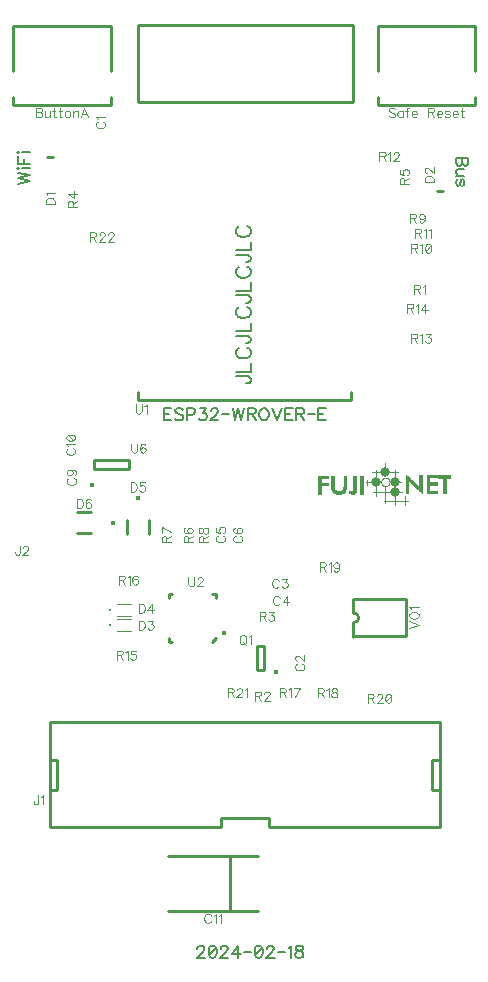
<source format=gbr>
G04 DipTrace 3.3.1.3*
G04 TopSilk.gbr*
%MOIN*%
G04 #@! TF.FileFunction,Legend,Top*
G04 #@! TF.Part,Single*
%ADD10C,0.009843*%
%ADD12C,0.003*%
%ADD14C,0.007874*%
%ADD23C,0.003937*%
%ADD25C,0.015746*%
%ADD27C,0.015762*%
%ADD34C,0.01543*%
%ADD44O,0.016153X0.01536*%
%ADD54C,0.015401*%
%ADD57O,0.032613X0.032485*%
%ADD58C,0.032568*%
%ADD125C,0.004632*%
%ADD126C,0.006176*%
%ADD127C,0.00772*%
%FSLAX26Y26*%
G04*
G70*
G90*
G75*
G01*
G04 TopSilk*
%LPD*%
X1242315Y603150D2*
D10*
X943107D1*
X1242315Y784252D2*
X943107D1*
X1151780Y603150D2*
Y784252D1*
X540133Y3114215D2*
X559810D1*
X1859790Y3001710D2*
X1840113D1*
X772982Y1575886D2*
D23*
X820223D1*
X772982Y1536516D2*
X820223D1*
D14*
X749361Y1556201D3*
X772983Y1625886D2*
D23*
X820224D1*
X772983Y1586516D2*
X820224D1*
D14*
X749363Y1606201D3*
X879289Y1905948D2*
D10*
Y1858716D1*
X808427Y1905948D2*
Y1858716D1*
D25*
X843858Y1978783D3*
X687173Y1860787D2*
D10*
X639940D1*
X687173Y1931649D2*
X639940D1*
D27*
X760007Y1896218D3*
X1849951Y1006151D2*
D10*
X1825251D1*
Y1106251D2*
Y1006151D1*
X1849951Y1106251D2*
X1825251D1*
X574651Y1006151D2*
X549951D1*
X574651Y1106251D2*
Y1006151D1*
Y1106251D2*
X549951D1*
Y1231201D2*
Y881201D1*
X1849951Y1231201D2*
Y881201D1*
Y1231201D2*
X549951D1*
X1280551Y911301D2*
Y881201D1*
Y911301D2*
X1119351D1*
Y881201D1*
X1849951D2*
X1280551D1*
X1119351D2*
X549951D1*
D34*
X1305321Y1397290D3*
X1263049Y1406490D2*
D10*
Y1485219D1*
X1239388D1*
Y1406490D1*
X1263049D1*
X1967398Y3401447D2*
Y3551451D1*
X1642373Y3401447D2*
X1642408Y3551451D1*
X1967398D2*
X1642373D1*
X1967398Y3313941D2*
Y3288932D1*
X1642373D1*
Y3313941D1*
X752562Y3401431D2*
Y3551435D1*
X427537Y3401431D2*
X427572Y3551435D1*
X752562D2*
X427537D1*
X752562Y3313925D2*
Y3288916D1*
X427537D1*
Y3313925D1*
X842603Y3556190D2*
X1561311D1*
Y3299940D1*
X842603D1*
Y3556190D1*
Y2331566D2*
Y2306566D1*
X1480109Y2306191D1*
X1555106Y2306566D2*
Y2331566D1*
Y2306566D2*
X1461341D1*
X1103695Y1512219D2*
X1091904Y1500411D1*
X1103695Y1657888D2*
X1091904D1*
X1103695D2*
Y1646080D1*
X946155Y1657888D2*
Y1646080D1*
Y1657888D2*
X957987D1*
X946155Y1500411D2*
Y1512219D1*
Y1500411D2*
X957987D1*
D44*
X1131052Y1530132D3*
D54*
X691787Y2020826D3*
X697050Y2074892D2*
D10*
X815157D1*
X697050Y2106382D2*
X815157D1*
Y2074892D2*
Y2106382D1*
X697050Y2074892D2*
Y2106382D1*
X1561369Y1517236D2*
X1738534D1*
Y1643197D1*
X1561369D1*
Y1596012D1*
Y1517169D2*
Y1564421D1*
X1562343Y1564455D2*
G03X1562343Y1595978I1847J15762D01*
G01*
X1700228Y2032046D2*
D23*
X1721517Y2031907D1*
X1623814Y2064281D2*
X1710102D1*
X1637222Y2072153D2*
Y1984829D1*
X1668566Y2094243D2*
Y2053915D1*
X1700455Y2072000D2*
Y1955657D1*
X1662678Y1969266D2*
X1743078D1*
X1668702Y2016621D2*
X1668566Y1961311D1*
X1733294Y1986478D2*
Y1955657D1*
X1723827Y2000351D2*
X1628525D1*
X1602253Y2032073D2*
X1636995Y2032198D1*
D57*
X1636542Y2032060D3*
D58*
X1700341Y2031949D3*
X1668498Y2064406D3*
X1700251Y1999658D3*
X1654525Y2032247D2*
D23*
X1654558Y2033231D1*
X1654660Y2034211D1*
X1654828Y2035181D1*
X1655062Y2036137D1*
X1655361Y2037074D1*
X1655723Y2037988D1*
X1656147Y2038873D1*
X1656631Y2039727D1*
X1657172Y2040543D1*
X1657767Y2041320D1*
X1658415Y2042052D1*
X1659111Y2042736D1*
X1659852Y2043370D1*
X1660634Y2043949D1*
X1661455Y2044471D1*
X1662309Y2044933D1*
X1663193Y2045334D1*
X1664102Y2045671D1*
X1665032Y2045942D1*
X1665978Y2046147D1*
X1666936Y2046284D1*
X1667901Y2046353D1*
X1668869D1*
X1669834Y2046284D1*
X1670792Y2046147D1*
X1671738Y2045942D1*
X1672668Y2045671D1*
X1673577Y2045334D1*
X1674461Y2044933D1*
X1675315Y2044471D1*
X1676136Y2043949D1*
X1676919Y2043370D1*
X1677660Y2042736D1*
X1678356Y2042052D1*
X1679003Y2041320D1*
X1679599Y2040543D1*
X1680140Y2039727D1*
X1680623Y2038873D1*
X1681047Y2037988D1*
X1681410Y2037074D1*
X1681709Y2036137D1*
X1681943Y2035181D1*
X1682111Y2034211D1*
X1682212Y2033231D1*
X1682246Y2032247D1*
X1682212Y2031262D1*
X1682111Y2030282D1*
X1681943Y2029312D1*
X1681709Y2028356D1*
X1681410Y2027419D1*
X1681047Y2026506D1*
X1680623Y2025620D1*
X1680140Y2024767D1*
X1679599Y2023950D1*
X1679003Y2023174D1*
X1678356Y2022442D1*
X1677660Y2021757D1*
X1676919Y2021124D1*
X1676136Y2020545D1*
X1675315Y2020023D1*
X1674461Y2019560D1*
X1673577Y2019159D1*
X1672668Y2018823D1*
X1671738Y2018551D1*
X1670792Y2018346D1*
X1669834Y2018209D1*
X1668869Y2018140D1*
X1667901D1*
X1666936Y2018209D1*
X1665978Y2018346D1*
X1665032Y2018551D1*
X1664102Y2018823D1*
X1663193Y2019159D1*
X1662309Y2019560D1*
X1661455Y2020023D1*
X1660634Y2020545D1*
X1659852Y2021124D1*
X1659111Y2021757D1*
X1658415Y2022442D1*
X1657767Y2023174D1*
X1657172Y2023950D1*
X1656631Y2024767D1*
X1656147Y2025620D1*
X1655723Y2026506D1*
X1655361Y2027419D1*
X1655062Y2028356D1*
X1654828Y2029312D1*
X1654660Y2030282D1*
X1654558Y2031262D1*
X1654525Y2032247D1*
X1607055Y2038421D2*
Y2021472D1*
X1736989Y2055213D2*
D12*
X1738489D1*
X1781989D2*
X1790989D1*
X1805989D2*
X1838989D1*
X1844989D2*
X1885489D1*
X1736989Y2053713D2*
X1739989D1*
X1781989D2*
X1790989D1*
X1805989D2*
X1838989D1*
X1844989D2*
X1885489D1*
X1736989Y2052213D2*
X1741489D1*
X1781989D2*
X1790989D1*
X1805989D2*
X1838989D1*
X1844989D2*
X1885489D1*
X1736989Y2050713D2*
X1742989D1*
X1781989D2*
X1790989D1*
X1805989D2*
X1838989D1*
X1844989D2*
X1885489D1*
X1736989Y2049213D2*
X1744489D1*
X1781989D2*
X1790989D1*
X1805989D2*
X1838989D1*
X1844989D2*
X1885489D1*
X1736989Y2047713D2*
X1745989D1*
X1781989D2*
X1790989D1*
X1805989D2*
X1838989D1*
X1844989D2*
X1885489D1*
X1736989Y2046213D2*
X1747489D1*
X1781989D2*
X1790989D1*
X1805989D2*
X1814989D1*
X1859989D2*
X1868989D1*
X1736989Y2044713D2*
X1748989D1*
X1781989D2*
X1790989D1*
X1805989D2*
X1814989D1*
X1859989D2*
X1868989D1*
X1736989Y2043213D2*
X1750489D1*
X1781989D2*
X1790989D1*
X1805989D2*
X1814989D1*
X1859989D2*
X1868989D1*
X1736989Y2041713D2*
X1751989D1*
X1781989D2*
X1790989D1*
X1805989D2*
X1814989D1*
X1859989D2*
X1868989D1*
X1736989Y2040213D2*
X1753495D1*
X1781989D2*
X1790989D1*
X1805989D2*
X1814989D1*
X1859989D2*
X1868989D1*
X1736989Y2038713D2*
X1755048D1*
X1781989D2*
X1790989D1*
X1805989D2*
X1814989D1*
X1859989D2*
X1868989D1*
X1736989Y2037213D2*
X1756739D1*
X1781989D2*
X1790989D1*
X1805989D2*
X1814989D1*
X1859989D2*
X1868989D1*
X1736989Y2035713D2*
X1744489D1*
X1747257D2*
X1758598D1*
X1781989D2*
X1790989D1*
X1805989D2*
X1814989D1*
X1859989D2*
X1868989D1*
X1736989Y2034213D2*
X1744489D1*
X1748385D2*
X1760483D1*
X1781989D2*
X1790989D1*
X1805989D2*
X1814989D1*
X1859989D2*
X1868989D1*
X1736989Y2032713D2*
X1744489D1*
X1749503D2*
X1762244D1*
X1781989D2*
X1790989D1*
X1805989D2*
X1814989D1*
X1859989D2*
X1868989D1*
X1736989Y2031213D2*
X1744489D1*
X1750793D2*
X1763883D1*
X1781989D2*
X1790989D1*
X1805989D2*
X1838989D1*
X1859989D2*
X1868989D1*
X1736989Y2029713D2*
X1744489D1*
X1752345D2*
X1765447D1*
X1781989D2*
X1790989D1*
X1805989D2*
X1838989D1*
X1859989D2*
X1868989D1*
X1736989Y2028213D2*
X1744489D1*
X1754140D2*
X1766973D1*
X1781989D2*
X1790989D1*
X1805989D2*
X1838989D1*
X1859989D2*
X1868989D1*
X1736989Y2026713D2*
X1744489D1*
X1755998D2*
X1768483D1*
X1781989D2*
X1790989D1*
X1805989D2*
X1838989D1*
X1859989D2*
X1868989D1*
X1736989Y2025213D2*
X1744489D1*
X1757750D2*
X1769987D1*
X1781989D2*
X1790989D1*
X1805989D2*
X1838989D1*
X1859989D2*
X1868989D1*
X1736989Y2023713D2*
X1744489D1*
X1759385D2*
X1771488D1*
X1781989D2*
X1790989D1*
X1805989D2*
X1838989D1*
X1859989D2*
X1868989D1*
X1736989Y2022213D2*
X1744489D1*
X1760948D2*
X1772989D1*
X1781989D2*
X1790989D1*
X1805989D2*
X1814989D1*
X1859989D2*
X1868989D1*
X1736989Y2020713D2*
X1744489D1*
X1762473D2*
X1774495D1*
X1781983D2*
X1790989D1*
X1805989D2*
X1814989D1*
X1859989D2*
X1868989D1*
X1736989Y2019213D2*
X1744489D1*
X1763989D2*
X1776052D1*
X1781926D2*
X1790989D1*
X1805989D2*
X1814989D1*
X1859989D2*
X1868989D1*
X1736989Y2017713D2*
X1744489D1*
X1765546D2*
X1777784D1*
X1781694D2*
X1790989D1*
X1805989D2*
X1814989D1*
X1859989D2*
X1868989D1*
X1736989Y2016213D2*
X1744489D1*
X1767238D2*
X1779797D1*
X1781181D2*
X1790989D1*
X1805989D2*
X1814989D1*
X1859989D2*
X1868989D1*
X1736989Y2014713D2*
X1744489D1*
X1769098D2*
X1790989D1*
X1805989D2*
X1814989D1*
X1859989D2*
X1868989D1*
X1736989Y2013213D2*
X1744489D1*
X1770983D2*
X1790989D1*
X1805989D2*
X1814989D1*
X1859989D2*
X1868989D1*
X1736989Y2011713D2*
X1744489D1*
X1772744D2*
X1790989D1*
X1805989D2*
X1814989D1*
X1859989D2*
X1868989D1*
X1736989Y2010213D2*
X1744489D1*
X1774383D2*
X1790989D1*
X1805989D2*
X1814989D1*
X1859989D2*
X1868989D1*
X1736989Y2008713D2*
X1744489D1*
X1775947D2*
X1790989D1*
X1805989D2*
X1814989D1*
X1859989D2*
X1868989D1*
X1736989Y2007213D2*
X1744489D1*
X1777473D2*
X1790989D1*
X1805989D2*
X1814989D1*
X1859989D2*
X1868989D1*
X1736989Y2005713D2*
X1744489D1*
X1778983D2*
X1790989D1*
X1805989D2*
X1814989D1*
X1859989D2*
X1868989D1*
X1736989Y2004213D2*
X1744489D1*
X1780493D2*
X1790989D1*
X1805989D2*
X1814989D1*
X1859989D2*
X1868989D1*
X1736989Y2002713D2*
X1744489D1*
X1782047D2*
X1790989D1*
X1805989D2*
X1838989D1*
X1859989D2*
X1868989D1*
X1736989Y2001213D2*
X1744489D1*
X1783740D2*
X1790989D1*
X1805989D2*
X1838989D1*
X1859989D2*
X1868989D1*
X1736989Y1999713D2*
X1744489D1*
X1785612D2*
X1790989D1*
X1805989D2*
X1838989D1*
X1859989D2*
X1868989D1*
X1736989Y1998213D2*
X1744489D1*
X1787558D2*
X1790989D1*
X1805989D2*
X1838989D1*
X1859989D2*
X1868989D1*
X1736989Y1996713D2*
X1744489D1*
X1789489D2*
X1790989D1*
X1805989D2*
X1838989D1*
X1859989D2*
X1868989D1*
X1736989Y1995213D2*
X1744489D1*
X1805989D2*
X1838989D1*
X1859989D2*
X1868989D1*
X1443473Y2052552D2*
X1476473D1*
X1488473D2*
X1495973D1*
X1528973D2*
X1536473D1*
X1561973D2*
X1570973D1*
X1584473D2*
X1593473D1*
X1443473Y2051052D2*
X1476473D1*
X1488473D2*
X1495973D1*
X1528973D2*
X1536473D1*
X1561973D2*
X1570973D1*
X1584473D2*
X1593473D1*
X1443473Y2049552D2*
X1476473D1*
X1488473D2*
X1495973D1*
X1528973D2*
X1536473D1*
X1561973D2*
X1570973D1*
X1584473D2*
X1593473D1*
X1443473Y2048052D2*
X1476473D1*
X1488473D2*
X1495973D1*
X1528973D2*
X1536473D1*
X1561973D2*
X1570973D1*
X1584473D2*
X1593473D1*
X1443473Y2046552D2*
X1476473D1*
X1488473D2*
X1495973D1*
X1528973D2*
X1536473D1*
X1561973D2*
X1570973D1*
X1584473D2*
X1593473D1*
X1443473Y2045052D2*
X1476473D1*
X1488473D2*
X1495973D1*
X1528973D2*
X1536473D1*
X1561973D2*
X1570973D1*
X1584473D2*
X1593473D1*
X1443473Y2043552D2*
X1452473D1*
X1488473D2*
X1495973D1*
X1528973D2*
X1536473D1*
X1561973D2*
X1570973D1*
X1584473D2*
X1593473D1*
X1443473Y2042052D2*
X1452473D1*
X1488473D2*
X1495973D1*
X1528973D2*
X1536473D1*
X1561973D2*
X1570973D1*
X1584473D2*
X1593473D1*
X1443473Y2040552D2*
X1452473D1*
X1488473D2*
X1495973D1*
X1528973D2*
X1536473D1*
X1561973D2*
X1570973D1*
X1584473D2*
X1593473D1*
X1443473Y2039052D2*
X1452473D1*
X1488473D2*
X1495973D1*
X1528973D2*
X1536473D1*
X1561973D2*
X1570973D1*
X1584473D2*
X1593473D1*
X1443473Y2037552D2*
X1452473D1*
X1488473D2*
X1495973D1*
X1528973D2*
X1536473D1*
X1561973D2*
X1570973D1*
X1584473D2*
X1593473D1*
X1443473Y2036052D2*
X1452473D1*
X1488473D2*
X1495973D1*
X1528973D2*
X1536473D1*
X1561973D2*
X1570973D1*
X1584473D2*
X1593473D1*
X1443473Y2034552D2*
X1452473D1*
X1488473D2*
X1495973D1*
X1528973D2*
X1536473D1*
X1561973D2*
X1570973D1*
X1584473D2*
X1593473D1*
X1443473Y2033052D2*
X1452473D1*
X1488473D2*
X1495973D1*
X1528973D2*
X1536473D1*
X1561973D2*
X1570973D1*
X1584473D2*
X1593473D1*
X1443473Y2031552D2*
X1452473D1*
X1488473D2*
X1495973D1*
X1528973D2*
X1536473D1*
X1561973D2*
X1570973D1*
X1584473D2*
X1593473D1*
X1443473Y2030052D2*
X1452473D1*
X1488473D2*
X1495973D1*
X1528973D2*
X1536473D1*
X1561973D2*
X1570973D1*
X1584473D2*
X1593473D1*
X1443473Y2028552D2*
X1476473D1*
X1488473D2*
X1495973D1*
X1528973D2*
X1536473D1*
X1561973D2*
X1570973D1*
X1584473D2*
X1593473D1*
X1443473Y2027052D2*
X1476473D1*
X1488473D2*
X1495973D1*
X1528973D2*
X1536473D1*
X1561973D2*
X1570973D1*
X1584473D2*
X1593473D1*
X1443473Y2025552D2*
X1476473D1*
X1488473D2*
X1495973D1*
X1528973D2*
X1536473D1*
X1561973D2*
X1570973D1*
X1584473D2*
X1593473D1*
X1443473Y2024052D2*
X1476473D1*
X1488473D2*
X1495973D1*
X1528973D2*
X1536473D1*
X1561973D2*
X1570973D1*
X1584473D2*
X1593473D1*
X1443473Y2022552D2*
X1476473D1*
X1488473D2*
X1495973D1*
X1528973D2*
X1536473D1*
X1561973D2*
X1570973D1*
X1584473D2*
X1593473D1*
X1443473Y2021052D2*
X1476473D1*
X1488473D2*
X1495979D1*
X1528973D2*
X1536473D1*
X1561973D2*
X1570973D1*
X1584473D2*
X1593473D1*
X1443473Y2019552D2*
X1452473D1*
X1488473D2*
X1496032D1*
X1528967D2*
X1536473D1*
X1561973D2*
X1570973D1*
X1584473D2*
X1593473D1*
X1443473Y2018052D2*
X1452473D1*
X1488473D2*
X1496223D1*
X1528915D2*
X1536473D1*
X1561973D2*
X1570973D1*
X1584473D2*
X1593473D1*
X1443473Y2016552D2*
X1452473D1*
X1488473D2*
X1496582D1*
X1528723D2*
X1536473D1*
X1561973D2*
X1570973D1*
X1584473D2*
X1593473D1*
X1443473Y2015052D2*
X1452473D1*
X1488473D2*
X1496967D1*
X1528364D2*
X1536473D1*
X1561973D2*
X1570973D1*
X1584473D2*
X1593473D1*
X1443473Y2013552D2*
X1452473D1*
X1488473D2*
X1497234D1*
X1527974D2*
X1536473D1*
X1561973D2*
X1570973D1*
X1584473D2*
X1593473D1*
X1443473Y2012052D2*
X1452473D1*
X1488479D2*
X1497426D1*
X1527659D2*
X1536467D1*
X1561973D2*
X1570973D1*
X1584473D2*
X1593473D1*
X1443473Y2010552D2*
X1452473D1*
X1488532D2*
X1497687D1*
X1527323D2*
X1536415D1*
X1561973D2*
X1570973D1*
X1584473D2*
X1593473D1*
X1443473Y2009052D2*
X1452473D1*
X1488723D2*
X1498137D1*
X1526836D2*
X1536223D1*
X1561967D2*
X1570973D1*
X1584473D2*
X1593473D1*
X1443473Y2007552D2*
X1452473D1*
X1489088D2*
X1498840D1*
X1526117D2*
X1535858D1*
X1561909D2*
X1570973D1*
X1584473D2*
X1593473D1*
X1443473Y2006052D2*
X1452473D1*
X1489531D2*
X1499761D1*
X1525187D2*
X1535415D1*
X1561641D2*
X1570967D1*
X1584473D2*
X1593473D1*
X1443473Y2004552D2*
X1452473D1*
X1490037D2*
X1502087D1*
X1522860D2*
X1534910D1*
X1561121D2*
X1570915D1*
X1584473D2*
X1593473D1*
X1443473Y2003052D2*
X1452473D1*
X1490732D2*
X1506066D1*
X1518880D2*
X1534214D1*
X1549973D2*
X1551473D1*
X1559238D2*
X1570717D1*
X1584473D2*
X1593473D1*
X1443473Y2001552D2*
X1452473D1*
X1491604D2*
X1512328D1*
X1512618D2*
X1533342D1*
X1548542D2*
X1555082D1*
X1556408D2*
X1570305D1*
X1584473D2*
X1593473D1*
X1443473Y2000052D2*
X1452473D1*
X1492585D2*
X1532361D1*
X1547351D2*
X1569724D1*
X1584473D2*
X1593473D1*
X1443473Y1998552D2*
X1452473D1*
X1493860D2*
X1531086D1*
X1546460D2*
X1569039D1*
X1584473D2*
X1593473D1*
X1443473Y1997052D2*
X1452473D1*
X1495726D2*
X1529220D1*
X1546616D2*
X1568208D1*
X1584473D2*
X1593473D1*
X1443473Y1995552D2*
X1452473D1*
X1498296D2*
X1526650D1*
X1548069D2*
X1567046D1*
X1584473D2*
X1593473D1*
X1443473Y1994052D2*
X1452473D1*
X1501481D2*
X1523465D1*
X1550289D2*
X1565400D1*
X1584473D2*
X1593473D1*
X1443473Y1992552D2*
X1452473D1*
X1504973D2*
X1519973D1*
X1552973D2*
X1563473D1*
X1584473D2*
X1593473D1*
X1736989Y2055213D2*
Y2053713D1*
Y2052213D1*
Y2050713D1*
Y2049213D1*
Y2047713D1*
Y2046213D1*
Y2044713D1*
Y2043213D1*
Y2041713D1*
Y2040213D1*
Y2038713D1*
Y2037213D1*
Y2035713D1*
Y2034213D1*
Y2032713D1*
Y2031213D1*
Y2029713D1*
Y2028213D1*
Y2026713D1*
Y2025213D1*
Y2023713D1*
Y2022213D1*
Y2020713D1*
Y2019213D1*
Y2017713D1*
Y2016213D1*
Y2014713D1*
Y2013213D1*
Y2011713D1*
Y2010213D1*
Y2008713D1*
Y2007213D1*
Y2005713D1*
Y2004213D1*
Y2002713D1*
Y2001213D1*
Y1999713D1*
Y1998213D1*
Y1996713D1*
Y1995213D1*
X1738489Y2055213D2*
X1739989Y2053713D1*
X1741489Y2052213D1*
X1742989Y2050713D1*
X1744489Y2049213D1*
X1745989Y2047713D1*
X1747489Y2046213D1*
X1748989Y2044713D1*
X1750489Y2043213D1*
X1751989Y2041713D1*
X1753495Y2040213D1*
X1755048Y2038713D1*
X1756739Y2037213D1*
X1758598Y2035713D1*
X1760483Y2034213D1*
X1762244Y2032713D1*
X1763883Y2031213D1*
X1765447Y2029713D1*
X1766973Y2028213D1*
X1768483Y2026713D1*
X1769987Y2025213D1*
X1771488Y2023713D1*
X1772989Y2022213D1*
X1774495Y2020713D1*
X1776052Y2019213D1*
X1777784Y2017713D1*
X1779797Y2016213D1*
X1781989Y2014713D1*
Y2055213D2*
Y2053713D1*
Y2052213D1*
Y2050713D1*
Y2049213D1*
Y2047713D1*
Y2046213D1*
Y2044713D1*
Y2043213D1*
Y2041713D1*
Y2040213D1*
Y2038713D1*
Y2037213D1*
Y2035713D1*
Y2034213D1*
Y2032713D1*
Y2031213D1*
Y2029713D1*
Y2028213D1*
Y2026713D1*
Y2025213D1*
Y2023713D1*
Y2022213D1*
X1781983Y2020713D1*
X1781926Y2019213D1*
X1781694Y2017713D1*
X1781181Y2016213D1*
X1780489Y2014713D1*
X1790989Y2055213D2*
Y2053713D1*
Y2052213D1*
Y2050713D1*
Y2049213D1*
Y2047713D1*
Y2046213D1*
Y2044713D1*
Y2043213D1*
Y2041713D1*
Y2040213D1*
Y2038713D1*
Y2037213D1*
Y2035713D1*
Y2034213D1*
Y2032713D1*
Y2031213D1*
Y2029713D1*
Y2028213D1*
Y2026713D1*
Y2025213D1*
Y2023713D1*
Y2022213D1*
Y2020713D1*
Y2019213D1*
Y2017713D1*
Y2016213D1*
Y2014713D1*
Y2013213D1*
Y2011713D1*
Y2010213D1*
Y2008713D1*
Y2007213D1*
Y2005713D1*
Y2004213D1*
Y2002713D1*
Y2001213D1*
Y1999713D1*
Y1998213D1*
Y1996713D1*
X1805989Y2055213D2*
Y2053713D1*
Y2052213D1*
Y2050713D1*
Y2049213D1*
Y2047713D1*
Y2046213D1*
Y2044713D1*
Y2043213D1*
Y2041713D1*
Y2040213D1*
Y2038713D1*
Y2037213D1*
Y2035713D1*
Y2034213D1*
Y2032713D1*
Y2031213D1*
Y2029713D1*
Y2028213D1*
Y2026713D1*
Y2025213D1*
Y2023713D1*
Y2022213D1*
Y2020713D1*
Y2019213D1*
Y2017713D1*
Y2016213D1*
Y2014713D1*
Y2013213D1*
Y2011713D1*
Y2010213D1*
Y2008713D1*
Y2007213D1*
Y2005713D1*
Y2004213D1*
Y2002713D1*
Y2001213D1*
Y1999713D1*
Y1998213D1*
Y1996713D1*
Y1995213D1*
X1838989Y2055213D2*
Y2053713D1*
Y2052213D1*
Y2050713D1*
Y2049213D1*
Y2047713D1*
X1844989Y2055213D2*
Y2053713D1*
Y2052213D1*
Y2050713D1*
Y2049213D1*
Y2047713D1*
Y2046213D1*
X1859989D1*
Y2044713D1*
Y2043213D1*
Y2041713D1*
Y2040213D1*
Y2038713D1*
Y2037213D1*
Y2035713D1*
Y2034213D1*
Y2032713D1*
Y2031213D1*
Y2029713D1*
Y2028213D1*
Y2026713D1*
Y2025213D1*
Y2023713D1*
Y2022213D1*
Y2020713D1*
Y2019213D1*
Y2017713D1*
Y2016213D1*
Y2014713D1*
Y2013213D1*
Y2011713D1*
Y2010213D1*
Y2008713D1*
Y2007213D1*
Y2005713D1*
Y2004213D1*
Y2002713D1*
Y2001213D1*
Y1999713D1*
Y1998213D1*
Y1996713D1*
Y1995213D1*
X1885489Y2055213D2*
Y2053713D1*
Y2052213D1*
Y2050713D1*
Y2049213D1*
Y2047713D1*
Y2046213D1*
X1868989D1*
Y2044713D1*
Y2043213D1*
Y2041713D1*
Y2040213D1*
Y2038713D1*
Y2037213D1*
Y2035713D1*
Y2034213D1*
Y2032713D1*
Y2031213D1*
Y2029713D1*
Y2028213D1*
Y2026713D1*
Y2025213D1*
Y2023713D1*
Y2022213D1*
Y2020713D1*
Y2019213D1*
Y2017713D1*
Y2016213D1*
Y2014713D1*
Y2013213D1*
Y2011713D1*
Y2010213D1*
Y2008713D1*
Y2007213D1*
Y2005713D1*
Y2004213D1*
Y2002713D1*
Y2001213D1*
Y1999713D1*
Y1998213D1*
Y1996713D1*
Y1995213D1*
X1814989Y2047713D2*
Y2046213D1*
Y2044713D1*
Y2043213D1*
Y2041713D1*
Y2040213D1*
Y2038713D1*
Y2037213D1*
Y2035713D1*
Y2034213D1*
Y2032713D1*
Y2031213D1*
X1744489Y2037213D2*
Y2035713D1*
Y2034213D1*
Y2032713D1*
Y2031213D1*
Y2029713D1*
Y2028213D1*
Y2026713D1*
Y2025213D1*
Y2023713D1*
Y2022213D1*
Y2020713D1*
Y2019213D1*
Y2017713D1*
Y2016213D1*
Y2014713D1*
Y2013213D1*
Y2011713D1*
Y2010213D1*
Y2008713D1*
Y2007213D1*
Y2005713D1*
Y2004213D1*
Y2002713D1*
Y2001213D1*
Y1999713D1*
Y1998213D1*
Y1996713D1*
Y1995213D1*
X1745989Y2037213D2*
X1747257Y2035713D1*
X1748385Y2034213D1*
X1749503Y2032713D1*
X1750793Y2031213D1*
X1752345Y2029713D1*
X1754140Y2028213D1*
X1755998Y2026713D1*
X1757750Y2025213D1*
X1759385Y2023713D1*
X1760948Y2022213D1*
X1762473Y2020713D1*
X1763989Y2019213D1*
X1765546Y2017713D1*
X1767238Y2016213D1*
X1769098Y2014713D1*
X1770983Y2013213D1*
X1772744Y2011713D1*
X1774383Y2010213D1*
X1775947Y2008713D1*
X1777473Y2007213D1*
X1778983Y2005713D1*
X1780493Y2004213D1*
X1782047Y2002713D1*
X1783740Y2001213D1*
X1785612Y1999713D1*
X1787558Y1998213D1*
X1789489Y1996713D1*
X1838989Y2031213D2*
Y2029713D1*
Y2028213D1*
Y2026713D1*
Y2025213D1*
Y2023713D1*
X1814989D2*
Y2022213D1*
Y2020713D1*
Y2019213D1*
Y2017713D1*
Y2016213D1*
Y2014713D1*
Y2013213D1*
Y2011713D1*
Y2010213D1*
Y2008713D1*
Y2007213D1*
Y2005713D1*
Y2004213D1*
Y2002713D1*
X1838989D2*
Y2001213D1*
Y1999713D1*
Y1998213D1*
Y1996713D1*
Y1995213D1*
X1443473Y2052552D2*
Y2051052D1*
Y2049552D1*
Y2048052D1*
Y2046552D1*
Y2045052D1*
Y2043552D1*
Y2042052D1*
Y2040552D1*
Y2039052D1*
Y2037552D1*
Y2036052D1*
Y2034552D1*
Y2033052D1*
Y2031552D1*
Y2030052D1*
Y2028552D1*
Y2027052D1*
Y2025552D1*
Y2024052D1*
Y2022552D1*
Y2021052D1*
Y2019552D1*
Y2018052D1*
Y2016552D1*
Y2015052D1*
Y2013552D1*
Y2012052D1*
Y2010552D1*
Y2009052D1*
Y2007552D1*
Y2006052D1*
Y2004552D1*
Y2003052D1*
Y2001552D1*
Y2000052D1*
Y1998552D1*
Y1997052D1*
Y1995552D1*
Y1994052D1*
Y1992552D1*
X1476473Y2052552D2*
Y2051052D1*
Y2049552D1*
Y2048052D1*
Y2046552D1*
Y2045052D1*
X1488473Y2052552D2*
Y2051052D1*
Y2049552D1*
Y2048052D1*
Y2046552D1*
Y2045052D1*
Y2043552D1*
Y2042052D1*
Y2040552D1*
Y2039052D1*
Y2037552D1*
Y2036052D1*
Y2034552D1*
Y2033052D1*
Y2031552D1*
Y2030052D1*
Y2028552D1*
Y2027052D1*
Y2025552D1*
Y2024052D1*
Y2022552D1*
Y2021052D1*
Y2019552D1*
Y2018052D1*
Y2016552D1*
Y2015052D1*
Y2013552D1*
X1488479Y2012052D1*
X1488532Y2010552D1*
X1488723Y2009052D1*
X1489088Y2007552D1*
X1489531Y2006052D1*
X1490037Y2004552D1*
X1490732Y2003052D1*
X1491604Y2001552D1*
X1492585Y2000052D1*
X1493860Y1998552D1*
X1495726Y1997052D1*
X1498296Y1995552D1*
X1501481Y1994052D1*
X1504973Y1992552D1*
X1495973Y2052552D2*
Y2051052D1*
Y2049552D1*
Y2048052D1*
Y2046552D1*
Y2045052D1*
Y2043552D1*
Y2042052D1*
Y2040552D1*
Y2039052D1*
Y2037552D1*
Y2036052D1*
Y2034552D1*
Y2033052D1*
Y2031552D1*
Y2030052D1*
Y2028552D1*
Y2027052D1*
Y2025552D1*
Y2024052D1*
Y2022552D1*
X1495979Y2021052D1*
X1496032Y2019552D1*
X1496223Y2018052D1*
X1496582Y2016552D1*
X1496967Y2015052D1*
X1497234Y2013552D1*
X1497426Y2012052D1*
X1497687Y2010552D1*
X1498137Y2009052D1*
X1498840Y2007552D1*
X1499761Y2006052D1*
X1502087Y2004552D1*
X1506066Y2003052D1*
X1512328Y2001552D1*
X1519973Y2000052D1*
X1528973Y2052552D2*
Y2051052D1*
Y2049552D1*
Y2048052D1*
Y2046552D1*
Y2045052D1*
Y2043552D1*
Y2042052D1*
Y2040552D1*
Y2039052D1*
Y2037552D1*
Y2036052D1*
Y2034552D1*
Y2033052D1*
Y2031552D1*
Y2030052D1*
Y2028552D1*
Y2027052D1*
Y2025552D1*
Y2024052D1*
Y2022552D1*
Y2021052D1*
X1528967Y2019552D1*
X1528915Y2018052D1*
X1528723Y2016552D1*
X1528364Y2015052D1*
X1527974Y2013552D1*
X1527659Y2012052D1*
X1527323Y2010552D1*
X1526836Y2009052D1*
X1526117Y2007552D1*
X1525187Y2006052D1*
X1522860Y2004552D1*
X1518880Y2003052D1*
X1512618Y2001552D1*
X1504973Y2000052D1*
X1536473Y2052552D2*
Y2051052D1*
Y2049552D1*
Y2048052D1*
Y2046552D1*
Y2045052D1*
Y2043552D1*
Y2042052D1*
Y2040552D1*
Y2039052D1*
Y2037552D1*
Y2036052D1*
Y2034552D1*
Y2033052D1*
Y2031552D1*
Y2030052D1*
Y2028552D1*
Y2027052D1*
Y2025552D1*
Y2024052D1*
Y2022552D1*
Y2021052D1*
Y2019552D1*
Y2018052D1*
Y2016552D1*
Y2015052D1*
Y2013552D1*
X1536467Y2012052D1*
X1536415Y2010552D1*
X1536223Y2009052D1*
X1535858Y2007552D1*
X1535415Y2006052D1*
X1534910Y2004552D1*
X1534214Y2003052D1*
X1533342Y2001552D1*
X1532361Y2000052D1*
X1531086Y1998552D1*
X1529220Y1997052D1*
X1526650Y1995552D1*
X1523465Y1994052D1*
X1519973Y1992552D1*
X1561973Y2052552D2*
Y2051052D1*
Y2049552D1*
Y2048052D1*
Y2046552D1*
Y2045052D1*
Y2043552D1*
Y2042052D1*
Y2040552D1*
Y2039052D1*
Y2037552D1*
Y2036052D1*
Y2034552D1*
Y2033052D1*
Y2031552D1*
Y2030052D1*
Y2028552D1*
Y2027052D1*
Y2025552D1*
Y2024052D1*
Y2022552D1*
Y2021052D1*
Y2019552D1*
Y2018052D1*
Y2016552D1*
Y2015052D1*
Y2013552D1*
Y2012052D1*
Y2010552D1*
X1561967Y2009052D1*
X1561909Y2007552D1*
X1561641Y2006052D1*
X1561121Y2004552D1*
X1559238Y2003052D1*
X1556408Y2001552D1*
X1552973Y2000052D1*
X1570973Y2052552D2*
Y2051052D1*
Y2049552D1*
Y2048052D1*
Y2046552D1*
Y2045052D1*
Y2043552D1*
Y2042052D1*
Y2040552D1*
Y2039052D1*
Y2037552D1*
Y2036052D1*
Y2034552D1*
Y2033052D1*
Y2031552D1*
Y2030052D1*
Y2028552D1*
Y2027052D1*
Y2025552D1*
Y2024052D1*
Y2022552D1*
Y2021052D1*
Y2019552D1*
Y2018052D1*
Y2016552D1*
Y2015052D1*
Y2013552D1*
Y2012052D1*
Y2010552D1*
Y2009052D1*
Y2007552D1*
X1570967Y2006052D1*
X1570915Y2004552D1*
X1570717Y2003052D1*
X1570305Y2001552D1*
X1569724Y2000052D1*
X1569039Y1998552D1*
X1568208Y1997052D1*
X1567046Y1995552D1*
X1565400Y1994052D1*
X1563473Y1992552D1*
X1584473Y2052552D2*
Y2051052D1*
Y2049552D1*
Y2048052D1*
Y2046552D1*
Y2045052D1*
Y2043552D1*
Y2042052D1*
Y2040552D1*
Y2039052D1*
Y2037552D1*
Y2036052D1*
Y2034552D1*
Y2033052D1*
Y2031552D1*
Y2030052D1*
Y2028552D1*
Y2027052D1*
Y2025552D1*
Y2024052D1*
Y2022552D1*
Y2021052D1*
Y2019552D1*
Y2018052D1*
Y2016552D1*
Y2015052D1*
Y2013552D1*
Y2012052D1*
Y2010552D1*
Y2009052D1*
Y2007552D1*
Y2006052D1*
Y2004552D1*
Y2003052D1*
Y2001552D1*
Y2000052D1*
Y1998552D1*
Y1997052D1*
Y1995552D1*
Y1994052D1*
Y1992552D1*
X1593473Y2052552D2*
Y2051052D1*
Y2049552D1*
Y2048052D1*
Y2046552D1*
Y2045052D1*
Y2043552D1*
Y2042052D1*
Y2040552D1*
Y2039052D1*
Y2037552D1*
Y2036052D1*
Y2034552D1*
Y2033052D1*
Y2031552D1*
Y2030052D1*
Y2028552D1*
Y2027052D1*
Y2025552D1*
Y2024052D1*
Y2022552D1*
Y2021052D1*
Y2019552D1*
Y2018052D1*
Y2016552D1*
Y2015052D1*
Y2013552D1*
Y2012052D1*
Y2010552D1*
Y2009052D1*
Y2007552D1*
Y2006052D1*
Y2004552D1*
Y2003052D1*
Y2001552D1*
Y2000052D1*
Y1998552D1*
Y1997052D1*
Y1995552D1*
Y1994052D1*
Y1992552D1*
X1452473Y2045052D2*
Y2043552D1*
Y2042052D1*
Y2040552D1*
Y2039052D1*
Y2037552D1*
Y2036052D1*
Y2034552D1*
Y2033052D1*
Y2031552D1*
Y2030052D1*
Y2028552D1*
X1476473D2*
Y2027052D1*
Y2025552D1*
Y2024052D1*
Y2022552D1*
Y2021052D1*
X1452473D2*
Y2019552D1*
Y2018052D1*
Y2016552D1*
Y2015052D1*
Y2013552D1*
Y2012052D1*
Y2010552D1*
Y2009052D1*
Y2007552D1*
Y2006052D1*
Y2004552D1*
Y2003052D1*
Y2001552D1*
Y2000052D1*
Y1998552D1*
Y1997052D1*
Y1995552D1*
Y1994052D1*
Y1992552D1*
X1549973Y2003052D2*
X1548542Y2001552D1*
X1547351Y2000052D1*
X1546460Y1998552D1*
X1546616Y1997052D1*
X1548069Y1995552D1*
X1550289Y1994052D1*
X1552973Y1992552D1*
X1551473Y2003052D2*
X1555082Y2001552D1*
X1558973Y2000052D1*
X710671Y3233136D2*
D125*
X707819Y3231710D1*
X704934Y3228825D1*
X703508Y3225973D1*
Y3220236D1*
X704934Y3217351D1*
X707819Y3214499D1*
X710671Y3213040D1*
X714982Y3211614D1*
X722178D1*
X726456Y3213040D1*
X729341Y3214499D1*
X732193Y3217351D1*
X733652Y3220236D1*
Y3225973D1*
X732193Y3228825D1*
X729341Y3231710D1*
X726456Y3233136D1*
X709279Y3242400D2*
X707820Y3245285D1*
X703542Y3249596D1*
X733652D1*
X1374625Y1425402D2*
X1371773Y1423976D1*
X1368888Y1421091D1*
X1367462Y1418239D1*
Y1412502D1*
X1368888Y1409617D1*
X1371773Y1406765D1*
X1374625Y1405306D1*
X1378936Y1403880D1*
X1386132D1*
X1390410Y1405306D1*
X1393295Y1406765D1*
X1396147Y1409617D1*
X1397606Y1412502D1*
Y1418239D1*
X1396147Y1421090D1*
X1393295Y1423976D1*
X1390410Y1425401D1*
X1374659Y1436124D2*
X1373233D1*
X1370348Y1437550D1*
X1368922Y1438976D1*
X1367496Y1441861D1*
Y1447598D1*
X1368922Y1450450D1*
X1370348Y1451876D1*
X1373233Y1453335D1*
X1376084D1*
X1378970Y1451876D1*
X1383247Y1449024D1*
X1397606Y1434665D1*
Y1454761D1*
X1313047Y1702281D2*
X1311621Y1705133D1*
X1308736Y1708018D1*
X1305884Y1709444D1*
X1300147D1*
X1297262Y1708018D1*
X1294410Y1705133D1*
X1292951Y1702281D1*
X1291525Y1697970D1*
Y1690774D1*
X1292951Y1686496D1*
X1294410Y1683611D1*
X1297262Y1680759D1*
X1300147Y1679300D1*
X1305884D1*
X1308736Y1680759D1*
X1311621Y1683611D1*
X1313047Y1686496D1*
X1325196Y1709411D2*
X1340948D1*
X1332359Y1697937D1*
X1336670D1*
X1339522Y1696511D1*
X1340948Y1695085D1*
X1342407Y1690774D1*
Y1687922D1*
X1340948Y1683611D1*
X1338096Y1680726D1*
X1333785Y1679300D1*
X1329474D1*
X1325196Y1680726D1*
X1323770Y1682185D1*
X1322311Y1685037D1*
X1316334Y1644953D2*
X1314908Y1647805D1*
X1312023Y1650690D1*
X1309171Y1652116D1*
X1303434D1*
X1300549Y1650690D1*
X1297697Y1647805D1*
X1296238Y1644953D1*
X1294812Y1640642D1*
Y1633446D1*
X1296238Y1629168D1*
X1297697Y1626283D1*
X1300549Y1623431D1*
X1303434Y1621972D1*
X1309171D1*
X1312023Y1623431D1*
X1314908Y1626283D1*
X1316334Y1629168D1*
X1339957Y1621972D2*
Y1652083D1*
X1325598Y1632020D1*
X1347120D1*
X1111199Y1852896D2*
X1108347Y1851470D1*
X1105462Y1848585D1*
X1104036Y1845733D1*
Y1839996D1*
X1105462Y1837111D1*
X1108347Y1834259D1*
X1111199Y1832800D1*
X1115510Y1831374D1*
X1122706D1*
X1126984Y1832800D1*
X1129869Y1834259D1*
X1132721Y1837111D1*
X1134180Y1839996D1*
Y1845733D1*
X1132721Y1848585D1*
X1129869Y1851470D1*
X1126984Y1852896D1*
X1104069Y1879371D2*
Y1865045D1*
X1116969Y1863619D1*
X1115543Y1865045D1*
X1114084Y1869356D1*
Y1873634D1*
X1115543Y1877945D1*
X1118395Y1880830D1*
X1122706Y1882256D1*
X1125558D1*
X1129869Y1880830D1*
X1132754Y1877945D1*
X1134180Y1873634D1*
Y1869356D1*
X1132754Y1865045D1*
X1131295Y1863619D1*
X1128443Y1862160D1*
X1169194Y1852295D2*
X1166342Y1850869D1*
X1163457Y1847984D1*
X1162031Y1845132D1*
Y1839395D1*
X1163457Y1836510D1*
X1166342Y1833658D1*
X1169194Y1832199D1*
X1173505Y1830773D1*
X1180701D1*
X1184979Y1832199D1*
X1187864Y1833658D1*
X1190716Y1836510D1*
X1192175Y1839395D1*
Y1845132D1*
X1190716Y1847984D1*
X1187864Y1850869D1*
X1184979Y1852295D1*
X1166342Y1878770D2*
X1163490Y1877344D1*
X1162064Y1873033D1*
Y1870181D1*
X1163490Y1865870D1*
X1167801Y1862985D1*
X1174964Y1861559D1*
X1182127D1*
X1187864Y1862985D1*
X1190749Y1865870D1*
X1192175Y1870181D1*
Y1871607D1*
X1190749Y1875884D1*
X1187864Y1878770D1*
X1183553Y1880195D1*
X1182127D1*
X1177816Y1878770D1*
X1174964Y1875884D1*
X1173538Y1871607D1*
Y1870181D1*
X1174964Y1865870D1*
X1177816Y1862985D1*
X1182127Y1861559D1*
X614455Y2045202D2*
X611603Y2043776D1*
X608718Y2040891D1*
X607292Y2038040D1*
Y2032303D1*
X608718Y2029417D1*
X611603Y2026566D1*
X614455Y2025106D1*
X618766Y2023680D1*
X625962D1*
X630240Y2025106D1*
X633125Y2026566D1*
X635977Y2029417D1*
X637436Y2032302D1*
Y2038039D1*
X635977Y2040891D1*
X633125Y2043776D1*
X630240Y2045202D1*
X617340Y2073136D2*
X621651Y2071677D1*
X624536Y2068825D1*
X625962Y2064514D1*
Y2063088D1*
X624536Y2058777D1*
X621651Y2055925D1*
X617340Y2054466D1*
X615914D1*
X611603Y2055925D1*
X608751Y2058777D1*
X607325Y2063088D1*
Y2064514D1*
X608751Y2068825D1*
X611603Y2071677D1*
X617340Y2073136D1*
X624536D1*
X631699Y2071677D1*
X636010Y2068825D1*
X637436Y2064514D1*
Y2061662D1*
X636010Y2057351D1*
X633125Y2055925D1*
X611578Y2144050D2*
X608726Y2142624D1*
X605841Y2139739D1*
X604415Y2136887D1*
Y2131150D1*
X605841Y2128265D1*
X608726Y2125413D1*
X611578Y2123954D1*
X615889Y2122528D1*
X623085D1*
X627363Y2123954D1*
X630248Y2125413D1*
X633100Y2128265D1*
X634559Y2131150D1*
Y2136887D1*
X633100Y2139739D1*
X630248Y2142624D1*
X627363Y2144050D1*
X610185Y2153313D2*
X608726Y2156198D1*
X604448Y2160509D1*
X634559D1*
X604448Y2178395D2*
X605874Y2174084D1*
X610185Y2171199D1*
X617348Y2169773D1*
X621659D1*
X628822Y2171199D1*
X633133Y2174084D1*
X634559Y2178395D1*
Y2181247D1*
X633133Y2185558D1*
X628822Y2188410D1*
X621659Y2189869D1*
X617348D1*
X610185Y2188410D1*
X605874Y2185558D1*
X604448Y2181247D1*
Y2178395D1*
X610185Y2188410D2*
X628822Y2171199D1*
X1087013Y585811D2*
X1085587Y588663D1*
X1082702Y591548D1*
X1079850Y592974D1*
X1074113D1*
X1071228Y591548D1*
X1068376Y588663D1*
X1066917Y585811D1*
X1065491Y581500D1*
Y574304D1*
X1066917Y570026D1*
X1068376Y567141D1*
X1071228Y564290D1*
X1074113Y562830D1*
X1079850D1*
X1082702Y564290D1*
X1085587Y567141D1*
X1087013Y570026D1*
X1096276Y587204D2*
X1099161Y588663D1*
X1103472Y592941D1*
Y562830D1*
X1112736Y587204D2*
X1115621Y588663D1*
X1119932Y592941D1*
Y562830D1*
X536008Y2959243D2*
X566152D1*
Y2969291D1*
X564693Y2973602D1*
X561841Y2976487D1*
X558956Y2977913D1*
X554679Y2979339D1*
X547482D1*
X543171Y2977913D1*
X540319Y2976487D1*
X537434Y2973602D1*
X536008Y2969291D1*
Y2959243D1*
X541779Y2988603D2*
X540319Y2991488D1*
X536042Y2995799D1*
X566152D1*
X1798906Y3032427D2*
X1829050D1*
Y3042475D1*
X1827591Y3046786D1*
X1824739Y3049671D1*
X1821854Y3051097D1*
X1817576Y3052523D1*
X1810380D1*
X1806069Y3051097D1*
X1803217Y3049671D1*
X1800332Y3046786D1*
X1798906Y3042475D1*
Y3032427D1*
X1806102Y3063246D2*
X1804676D1*
X1801791Y3064672D1*
X1800365Y3066098D1*
X1798939Y3068983D1*
Y3074720D1*
X1800365Y3077572D1*
X1801791Y3078998D1*
X1804676Y3080457D1*
X1807528D1*
X1810413Y3078998D1*
X1814691Y3076146D1*
X1829050Y3061787D1*
Y3081883D1*
X846237Y1569820D2*
Y1539676D1*
X856285D1*
X860596Y1541135D1*
X863481Y1543987D1*
X864907Y1546872D1*
X866333Y1551150D1*
Y1558346D1*
X864907Y1562657D1*
X863481Y1565509D1*
X860596Y1568394D1*
X856285Y1569820D1*
X846237D1*
X878481Y1569787D2*
X894233D1*
X885644Y1558313D1*
X889955D1*
X892807Y1556887D1*
X894233Y1555461D1*
X895692Y1551150D1*
Y1548298D1*
X894233Y1543987D1*
X891381Y1541102D1*
X887070Y1539676D1*
X882759D1*
X878481Y1541102D1*
X877055Y1542561D1*
X875596Y1545413D1*
X845525Y1626070D2*
Y1595926D1*
X855573D1*
X859884Y1597385D1*
X862769Y1600237D1*
X864195Y1603122D1*
X865621Y1607400D1*
Y1614596D1*
X864195Y1618907D1*
X862769Y1621759D1*
X859884Y1624644D1*
X855573Y1626070D1*
X845525D1*
X889244Y1595926D2*
Y1626037D1*
X874885Y1605974D1*
X896407D1*
X819130Y2030598D2*
Y2000454D1*
X829178D1*
X833490Y2001913D1*
X836375Y2004765D1*
X837801Y2007650D1*
X839226Y2011928D1*
Y2019124D1*
X837801Y2023435D1*
X836375Y2026287D1*
X833490Y2029172D1*
X829178Y2030598D1*
X819130D1*
X865701Y2030565D2*
X851375D1*
X849949Y2017665D1*
X851375Y2019091D1*
X855686Y2020550D1*
X859964D1*
X864275Y2019091D1*
X867160Y2016239D1*
X868586Y2011928D1*
Y2009076D1*
X867160Y2004765D1*
X864275Y2001880D1*
X859964Y2000454D1*
X855686D1*
X851375Y2001880D1*
X849949Y2003339D1*
X848490Y2006191D1*
X639855Y1975583D2*
Y1945439D1*
X649903D1*
X654214Y1946898D1*
X657099Y1949750D1*
X658525Y1952635D1*
X659951Y1956913D1*
Y1964109D1*
X658525Y1968420D1*
X657099Y1971272D1*
X654214Y1974157D1*
X649903Y1975583D1*
X639855D1*
X686425Y1971272D2*
X684999Y1974124D1*
X680688Y1975550D1*
X677836D1*
X673525Y1974124D1*
X670640Y1969813D1*
X669214Y1962650D1*
Y1955487D1*
X670640Y1949750D1*
X673525Y1946865D1*
X677836Y1945439D1*
X679262D1*
X683540Y1946865D1*
X686425Y1949750D1*
X687851Y1954061D1*
Y1955487D1*
X686425Y1959798D1*
X683540Y1962650D1*
X679262Y1964076D1*
X677836D1*
X673525Y1962650D1*
X670640Y1959798D1*
X669214Y1955487D1*
X511401Y987635D2*
Y964687D1*
X509975Y960376D1*
X508516Y958950D1*
X505664Y957491D1*
X502779D1*
X499927Y958950D1*
X498501Y960376D1*
X497042Y964687D1*
Y967539D1*
X520665Y981864D2*
X523550Y983324D1*
X527861Y987601D1*
Y957491D1*
X449244Y1819032D2*
Y1796084D1*
X447818Y1791773D1*
X446359Y1790347D1*
X443507Y1788888D1*
X440622D1*
X437770Y1790347D1*
X436344Y1791773D1*
X434885Y1796084D1*
Y1798936D1*
X459966Y1811836D2*
Y1813262D1*
X461392Y1816147D1*
X462818Y1817573D1*
X465703Y1818999D1*
X471440D1*
X474292Y1817573D1*
X475718Y1816147D1*
X477177Y1813262D1*
Y1810410D1*
X475718Y1807525D1*
X472866Y1803247D1*
X458507Y1788888D1*
X478603D1*
X1190962Y1521645D2*
X1188111Y1520252D1*
X1185225Y1517367D1*
X1183800Y1514482D1*
X1182340Y1510171D1*
Y1503008D1*
X1183800Y1498697D1*
X1185225Y1495845D1*
X1188111Y1492960D1*
X1190962Y1491534D1*
X1196699D1*
X1199585Y1492960D1*
X1202436Y1495845D1*
X1203862Y1498697D1*
X1205321Y1503008D1*
Y1510171D1*
X1203862Y1514482D1*
X1202436Y1517367D1*
X1199585Y1520252D1*
X1196699Y1521645D1*
X1190962D1*
X1195273Y1497271D2*
X1203862Y1488649D1*
X1214585Y1515875D2*
X1217470Y1517334D1*
X1221781Y1521611D1*
Y1491501D1*
X1763514Y2674556D2*
X1776413D1*
X1780724Y2676016D1*
X1782184Y2677442D1*
X1783610Y2680293D1*
Y2683178D1*
X1782184Y2686030D1*
X1780724Y2687490D1*
X1776413Y2688915D1*
X1763514D1*
Y2658771D1*
X1773562Y2674556D2*
X1783610Y2658771D1*
X1792873Y2683145D2*
X1795758Y2684604D1*
X1800069Y2688882D1*
Y2658771D1*
X1234575Y1319106D2*
X1247475D1*
X1251786Y1320565D1*
X1253245Y1321991D1*
X1254671Y1324843D1*
Y1327728D1*
X1253245Y1330580D1*
X1251786Y1332039D1*
X1247475Y1333465D1*
X1234575D1*
Y1303321D1*
X1244623Y1319106D2*
X1254671Y1303321D1*
X1265394Y1326269D2*
Y1327695D1*
X1266820Y1330580D1*
X1268246Y1332006D1*
X1271131Y1333432D1*
X1276868D1*
X1279720Y1332006D1*
X1281146Y1330580D1*
X1282605Y1327695D1*
Y1324843D1*
X1281146Y1321958D1*
X1278294Y1317680D1*
X1263935Y1303321D1*
X1284031D1*
X1248922Y1584944D2*
X1261822D1*
X1266133Y1586403D1*
X1267592Y1587829D1*
X1269018Y1590681D1*
Y1593566D1*
X1267592Y1596418D1*
X1266133Y1597877D1*
X1261822Y1599303D1*
X1248922D1*
Y1569159D1*
X1258970Y1584944D2*
X1269018Y1569159D1*
X1281166Y1599269D2*
X1296918D1*
X1288329Y1587795D1*
X1292640D1*
X1295492Y1586370D1*
X1296918Y1584944D1*
X1298377Y1580633D1*
Y1577781D1*
X1296918Y1573470D1*
X1294066Y1570585D1*
X1289755Y1569159D1*
X1285444D1*
X1281166Y1570585D1*
X1279740Y1572044D1*
X1278281Y1574896D1*
X625765Y2950101D2*
Y2963001D1*
X624306Y2967312D1*
X622880Y2968771D1*
X620028Y2970197D1*
X617143D1*
X614291Y2968771D1*
X612832Y2967312D1*
X611406Y2963001D1*
Y2950101D1*
X641550D1*
X625765Y2960149D2*
X641550Y2970197D1*
Y2993820D2*
X611439D1*
X631502Y2979461D1*
Y3000983D1*
X1731577Y3025814D2*
Y3038714D1*
X1730118Y3043025D1*
X1728692Y3044484D1*
X1725840Y3045910D1*
X1722955D1*
X1720104Y3044484D1*
X1718644Y3043025D1*
X1717218Y3038714D1*
Y3025814D1*
X1747362D1*
X1731577Y3035862D2*
X1747362Y3045910D1*
X1717252Y3072385D2*
Y3058059D1*
X1730152Y3056633D1*
X1728726Y3058059D1*
X1727266Y3062370D1*
Y3066648D1*
X1728726Y3070959D1*
X1731577Y3073844D1*
X1735888Y3075270D1*
X1738740D1*
X1743051Y3073844D1*
X1745936Y3070959D1*
X1747362Y3066648D1*
Y3062370D1*
X1745936Y3058059D1*
X1744477Y3056633D1*
X1741625Y3055174D1*
X1010399Y1832153D2*
Y1845053D1*
X1008940Y1849364D1*
X1007514Y1850823D1*
X1004662Y1852249D1*
X1001777D1*
X998925Y1850823D1*
X997466Y1849364D1*
X996040Y1845053D1*
Y1832153D1*
X1026184D1*
X1010399Y1842201D2*
X1026184Y1852249D1*
X1000351Y1878723D2*
X997499Y1877297D1*
X996073Y1872986D1*
Y1870134D1*
X997499Y1865823D1*
X1001810Y1862938D1*
X1008973Y1861512D1*
X1016136D1*
X1021873Y1862938D1*
X1024758Y1865823D1*
X1026184Y1870134D1*
Y1871560D1*
X1024758Y1875838D1*
X1021873Y1878723D1*
X1017562Y1880149D1*
X1016136D1*
X1011825Y1878723D1*
X1008973Y1875838D1*
X1007547Y1871560D1*
Y1870134D1*
X1008973Y1865823D1*
X1011825Y1862938D1*
X1016136Y1861512D1*
X938417Y1831423D2*
Y1844323D1*
X936958Y1848634D1*
X935532Y1850093D1*
X932680Y1851519D1*
X929795D1*
X926943Y1850093D1*
X925484Y1848634D1*
X924058Y1844323D1*
Y1831423D1*
X954202D1*
X938417Y1841471D2*
X954202Y1851519D1*
Y1866520D2*
X924092Y1880879D1*
Y1860783D1*
X1061735Y1830773D2*
Y1843673D1*
X1060276Y1847984D1*
X1058850Y1849443D1*
X1055998Y1850869D1*
X1053113D1*
X1050261Y1849443D1*
X1048802Y1847984D1*
X1047376Y1843673D1*
Y1830773D1*
X1077520D1*
X1061735Y1840821D2*
X1077520Y1850869D1*
X1047409Y1867296D2*
X1048835Y1863018D1*
X1051687Y1861559D1*
X1054572D1*
X1057424Y1863018D1*
X1058883Y1865870D1*
X1060309Y1871607D1*
X1061735Y1875918D1*
X1064620Y1878770D1*
X1067472Y1880195D1*
X1071783D1*
X1074635Y1878770D1*
X1076094Y1877344D1*
X1077520Y1873033D1*
Y1867296D1*
X1076094Y1863018D1*
X1074635Y1861559D1*
X1071783Y1860133D1*
X1067472D1*
X1064620Y1861559D1*
X1061735Y1864444D1*
X1060309Y1868722D1*
X1058883Y1874459D1*
X1057424Y1877344D1*
X1054572Y1878770D1*
X1051687D1*
X1048835Y1877344D1*
X1047409Y1873033D1*
Y1867296D1*
X1751527Y2912055D2*
X1764427D1*
X1768738Y2913514D1*
X1770197Y2914940D1*
X1771623Y2917792D1*
Y2920677D1*
X1770197Y2923529D1*
X1768738Y2924988D1*
X1764427Y2926414D1*
X1751527D1*
Y2896270D1*
X1761575Y2912055D2*
X1771623Y2896270D1*
X1799557Y2916366D2*
X1798098Y2912055D1*
X1795246Y2909170D1*
X1790935Y2907744D1*
X1789509D1*
X1785198Y2909170D1*
X1782346Y2912055D1*
X1780887Y2916366D1*
Y2917792D1*
X1782346Y2922103D1*
X1785198Y2924955D1*
X1789509Y2926381D1*
X1790935D1*
X1795246Y2924955D1*
X1798098Y2922103D1*
X1799557Y2916366D1*
Y2909170D1*
X1798098Y2902007D1*
X1795246Y2897696D1*
X1790935Y2896270D1*
X1788083D1*
X1783772Y2897696D1*
X1782346Y2900581D1*
X1755084Y2812055D2*
X1767984D1*
X1772295Y2813514D1*
X1773754Y2814940D1*
X1775180Y2817792D1*
Y2820677D1*
X1773754Y2823529D1*
X1772295Y2824988D1*
X1767984Y2826414D1*
X1755084D1*
Y2796270D1*
X1765132Y2812055D2*
X1775180Y2796270D1*
X1784444Y2820644D2*
X1787329Y2822103D1*
X1791640Y2826381D1*
Y2796270D1*
X1809526Y2826381D2*
X1805215Y2824955D1*
X1802330Y2820644D1*
X1800904Y2813481D1*
Y2809170D1*
X1802330Y2802007D1*
X1805215Y2797696D1*
X1809526Y2796270D1*
X1812378D1*
X1816689Y2797696D1*
X1819540Y2802007D1*
X1821000Y2809170D1*
Y2813481D1*
X1819540Y2820644D1*
X1816689Y2824955D1*
X1812378Y2826381D1*
X1809526D1*
X1819540Y2820644D2*
X1802330Y2802007D1*
X1767785Y2862055D2*
X1780685D1*
X1784996Y2863514D1*
X1786455Y2864940D1*
X1787881Y2867792D1*
Y2870677D1*
X1786455Y2873529D1*
X1784996Y2874988D1*
X1780685Y2876414D1*
X1767785D1*
Y2846270D1*
X1777833Y2862055D2*
X1787881Y2846270D1*
X1797145Y2870644D2*
X1800030Y2872103D1*
X1804341Y2876381D1*
Y2846270D1*
X1813604Y2870644D2*
X1816489Y2872103D1*
X1820800Y2876381D1*
Y2846270D1*
X1648834Y3117887D2*
X1661734D1*
X1666045Y3119346D1*
X1667504Y3120772D1*
X1668930Y3123624D1*
Y3126509D1*
X1667504Y3129361D1*
X1666045Y3130820D1*
X1661734Y3132246D1*
X1648834D1*
Y3102102D1*
X1658882Y3117887D2*
X1668930Y3102102D1*
X1678193Y3126476D2*
X1681078Y3127935D1*
X1685389Y3132213D1*
Y3102102D1*
X1696112Y3125050D2*
Y3126476D1*
X1697538Y3129361D1*
X1698964Y3130787D1*
X1701849Y3132213D1*
X1707586D1*
X1710438Y3130787D1*
X1711864Y3129361D1*
X1713323Y3126476D1*
Y3123624D1*
X1711864Y3120739D1*
X1709012Y3116461D1*
X1694653Y3102102D1*
X1714749D1*
X1755084Y2512055D2*
X1767984D1*
X1772295Y2513514D1*
X1773754Y2514940D1*
X1775180Y2517792D1*
Y2520677D1*
X1773754Y2523529D1*
X1772295Y2524988D1*
X1767984Y2526414D1*
X1755084D1*
Y2496270D1*
X1765132Y2512055D2*
X1775180Y2496270D1*
X1784444Y2520644D2*
X1787329Y2522103D1*
X1791640Y2526381D1*
Y2496270D1*
X1803789Y2526381D2*
X1819540D1*
X1810952Y2514907D1*
X1815263D1*
X1818115Y2513481D1*
X1819540Y2512055D1*
X1821000Y2507744D1*
Y2504892D1*
X1819540Y2500581D1*
X1816689Y2497696D1*
X1812378Y2496270D1*
X1808067D1*
X1803789Y2497696D1*
X1802363Y2499155D1*
X1800904Y2502007D1*
X1741871Y2611469D2*
X1754771D1*
X1759082Y2612928D1*
X1760541Y2614354D1*
X1761967Y2617205D1*
Y2620091D1*
X1760541Y2622942D1*
X1759082Y2624402D1*
X1754771Y2625828D1*
X1741871D1*
Y2595684D1*
X1751919Y2611469D2*
X1761967Y2595684D1*
X1771231Y2620057D2*
X1774116Y2621517D1*
X1778427Y2625794D1*
Y2595684D1*
X1802050D2*
Y2625794D1*
X1787691Y2605732D1*
X1809213D1*
X772654Y1455804D2*
X785554D1*
X789865Y1457264D1*
X791324Y1458690D1*
X792750Y1461541D1*
Y1464427D1*
X791324Y1467278D1*
X789865Y1468738D1*
X785554Y1470164D1*
X772654D1*
Y1440020D1*
X782702Y1455804D2*
X792750Y1440020D1*
X802014Y1464393D2*
X804899Y1465852D1*
X809210Y1470130D1*
Y1440020D1*
X835684Y1470130D2*
X821358D1*
X819932Y1457230D1*
X821358Y1458656D1*
X825669Y1460116D1*
X829947D1*
X834258Y1458656D1*
X837143Y1455804D1*
X838569Y1451493D1*
Y1448642D1*
X837143Y1444331D1*
X834258Y1441445D1*
X829947Y1440020D1*
X825669D1*
X821358Y1441445D1*
X819932Y1442905D1*
X818473Y1445756D1*
X779633Y1705804D2*
X792533D1*
X796844Y1707264D1*
X798303Y1708690D1*
X799729Y1711541D1*
Y1714427D1*
X798303Y1717278D1*
X796844Y1718738D1*
X792533Y1720164D1*
X779633D1*
Y1690020D1*
X789681Y1705804D2*
X799729Y1690020D1*
X808992Y1714393D2*
X811877Y1715852D1*
X816188Y1720130D1*
Y1690020D1*
X842663Y1715852D2*
X841237Y1718704D1*
X836926Y1720130D1*
X834074D1*
X829763Y1718704D1*
X826878Y1714393D1*
X825452Y1707230D1*
Y1700068D1*
X826878Y1694331D1*
X829763Y1691445D1*
X834074Y1690020D1*
X835500D1*
X839778Y1691445D1*
X842663Y1694331D1*
X844089Y1698642D1*
Y1700068D1*
X842663Y1704379D1*
X839778Y1707230D1*
X835500Y1708656D1*
X834074D1*
X829763Y1707230D1*
X826878Y1704379D1*
X825452Y1700068D1*
X1316403Y1330803D2*
X1329303D1*
X1333614Y1332262D1*
X1335073Y1333688D1*
X1336499Y1336540D1*
Y1339425D1*
X1335073Y1342277D1*
X1333614Y1343736D1*
X1329303Y1345162D1*
X1316403D1*
Y1315018D1*
X1326451Y1330803D2*
X1336499Y1315018D1*
X1345763Y1339392D2*
X1348648Y1340851D1*
X1352959Y1345129D1*
Y1315018D1*
X1367959D2*
X1382318Y1345129D1*
X1362222D1*
X1442764Y1330244D2*
X1455664D1*
X1459975Y1331703D1*
X1461434Y1333129D1*
X1462860Y1335981D1*
Y1338866D1*
X1461434Y1341718D1*
X1459975Y1343177D1*
X1455664Y1344603D1*
X1442764D1*
Y1314459D1*
X1452812Y1330244D2*
X1462860Y1314459D1*
X1472123Y1338833D2*
X1475008Y1340292D1*
X1479319Y1344570D1*
Y1314459D1*
X1495746Y1344570D2*
X1491468Y1343144D1*
X1490009Y1340292D1*
Y1337407D1*
X1491468Y1334555D1*
X1494320Y1333096D1*
X1500057Y1331670D1*
X1504368Y1330244D1*
X1507220Y1327359D1*
X1508646Y1324507D1*
Y1320196D1*
X1507220Y1317344D1*
X1505794Y1315885D1*
X1501483Y1314459D1*
X1495746D1*
X1491468Y1315885D1*
X1490009Y1317344D1*
X1488583Y1320196D1*
Y1324507D1*
X1490009Y1327359D1*
X1492894Y1330244D1*
X1497172Y1331670D1*
X1502909Y1333096D1*
X1505794Y1334555D1*
X1507220Y1337407D1*
Y1340292D1*
X1505794Y1343144D1*
X1501483Y1344570D1*
X1495746D1*
X1449548Y1749555D2*
X1462448D1*
X1466759Y1751014D1*
X1468218Y1752440D1*
X1469644Y1755292D1*
Y1758177D1*
X1468218Y1761029D1*
X1466759Y1762488D1*
X1462448Y1763914D1*
X1449548D1*
Y1733770D1*
X1459596Y1749555D2*
X1469644Y1733770D1*
X1478908Y1758144D2*
X1481793Y1759603D1*
X1486104Y1763881D1*
Y1733770D1*
X1514037Y1753866D2*
X1512578Y1749555D1*
X1509726Y1746670D1*
X1505415Y1745244D1*
X1503989D1*
X1499678Y1746670D1*
X1496826Y1749555D1*
X1495367Y1753866D1*
Y1755292D1*
X1496826Y1759603D1*
X1499678Y1762455D1*
X1503989Y1763881D1*
X1505415D1*
X1509726Y1762455D1*
X1512578Y1759603D1*
X1514037Y1753866D1*
Y1746670D1*
X1512578Y1739507D1*
X1509726Y1735196D1*
X1505415Y1733770D1*
X1502563D1*
X1498252Y1735196D1*
X1496826Y1738081D1*
X1609953Y1311638D2*
X1622853D1*
X1627164Y1313097D1*
X1628623Y1314523D1*
X1630049Y1317375D1*
Y1320260D1*
X1628623Y1323112D1*
X1627164Y1324571D1*
X1622853Y1325997D1*
X1609953D1*
Y1295853D1*
X1620001Y1311638D2*
X1630049Y1295853D1*
X1640772Y1318801D2*
Y1320227D1*
X1642198Y1323112D1*
X1643624Y1324538D1*
X1646509Y1325964D1*
X1652246D1*
X1655098Y1324538D1*
X1656524Y1323112D1*
X1657983Y1320227D1*
Y1317375D1*
X1656524Y1314490D1*
X1653672Y1310212D1*
X1639313Y1295853D1*
X1659409D1*
X1677294Y1325964D2*
X1672983Y1324538D1*
X1670098Y1320227D1*
X1668672Y1313064D1*
Y1308753D1*
X1670098Y1301590D1*
X1672983Y1297279D1*
X1677294Y1295853D1*
X1680146D1*
X1684457Y1297279D1*
X1687309Y1301590D1*
X1688768Y1308753D1*
Y1313064D1*
X1687309Y1320227D1*
X1684457Y1324538D1*
X1680146Y1325964D1*
X1677294D1*
X1687309Y1320227D2*
X1670098Y1301590D1*
X1142584Y1330804D2*
X1155484D1*
X1159795Y1332264D1*
X1161254Y1333690D1*
X1162680Y1336541D1*
Y1339427D1*
X1161254Y1342278D1*
X1159795Y1343738D1*
X1155484Y1345164D1*
X1142584D1*
Y1315020D1*
X1152632Y1330804D2*
X1162680Y1315020D1*
X1173403Y1337967D2*
Y1339393D1*
X1174829Y1342278D1*
X1176255Y1343704D1*
X1179140Y1345130D1*
X1184877D1*
X1187729Y1343704D1*
X1189155Y1342278D1*
X1190614Y1339393D1*
Y1336541D1*
X1189155Y1333656D1*
X1186303Y1329379D1*
X1171944Y1315020D1*
X1192040D1*
X1201303Y1339393D2*
X1204189Y1340852D1*
X1208500Y1345130D1*
Y1315020D1*
X684953Y2849555D2*
X697853D1*
X702164Y2851014D1*
X703623Y2852440D1*
X705049Y2855292D1*
Y2858177D1*
X703623Y2861029D1*
X702164Y2862488D1*
X697853Y2863914D1*
X684953D1*
Y2833770D1*
X695001Y2849555D2*
X705049Y2833770D1*
X715772Y2856718D2*
Y2858144D1*
X717198Y2861029D1*
X718624Y2862455D1*
X721509Y2863881D1*
X727246D1*
X730098Y2862455D1*
X731524Y2861029D1*
X732983Y2858144D1*
Y2855292D1*
X731524Y2852407D1*
X728672Y2848129D1*
X714313Y2833770D1*
X734409D1*
X745132Y2856718D2*
Y2858144D1*
X746558Y2861029D1*
X747983Y2862455D1*
X750869Y2863881D1*
X756606D1*
X759457Y2862455D1*
X760883Y2861029D1*
X762342Y2858144D1*
Y2855292D1*
X760883Y2852407D1*
X758031Y2848129D1*
X743672Y2833770D1*
X763768D1*
X1699463Y3274446D2*
X1696611Y3277331D1*
X1692300Y3278757D1*
X1686563D1*
X1682252Y3277331D1*
X1679367Y3274446D1*
Y3271594D1*
X1680826Y3268709D1*
X1682252Y3267283D1*
X1685104Y3265857D1*
X1693726Y3262972D1*
X1696611Y3261546D1*
X1698037Y3260086D1*
X1699463Y3257235D1*
Y3252924D1*
X1696611Y3250072D1*
X1692300Y3248613D1*
X1686563D1*
X1682252Y3250072D1*
X1679367Y3252924D1*
X1725938Y3268709D2*
Y3248613D1*
Y3264398D2*
X1723086Y3267283D1*
X1720201Y3268709D1*
X1715923D1*
X1713038Y3267283D1*
X1710186Y3264398D1*
X1708727Y3260086D1*
Y3257235D1*
X1710186Y3252924D1*
X1713038Y3250072D1*
X1715923Y3248613D1*
X1720201D1*
X1723086Y3250072D1*
X1725938Y3252924D1*
X1746675Y3278757D2*
X1743823D1*
X1740938Y3277331D1*
X1739512Y3273020D1*
Y3248613D1*
X1735201Y3268709D2*
X1745249D1*
X1755939Y3260086D2*
X1773149D1*
Y3262972D1*
X1771724Y3265857D1*
X1770298Y3267283D1*
X1767413Y3268709D1*
X1763101D1*
X1760250Y3267283D1*
X1757365Y3264398D1*
X1755939Y3260086D1*
Y3257235D1*
X1757365Y3252924D1*
X1760250Y3250072D1*
X1763101Y3248613D1*
X1767413D1*
X1770298Y3250072D1*
X1773149Y3252924D1*
X1811574Y3264398D2*
X1824474D1*
X1828785Y3265857D1*
X1830244Y3267283D1*
X1831670Y3270134D1*
Y3273020D1*
X1830244Y3275871D1*
X1828785Y3277331D1*
X1824474Y3278757D1*
X1811574D1*
Y3248613D1*
X1821622Y3264398D2*
X1831670Y3248613D1*
X1840933Y3260086D2*
X1858144D1*
Y3262972D1*
X1856718Y3265857D1*
X1855292Y3267283D1*
X1852407Y3268709D1*
X1848096D1*
X1845244Y3267283D1*
X1842359Y3264398D1*
X1840933Y3260086D1*
Y3257235D1*
X1842359Y3252924D1*
X1845244Y3250072D1*
X1848096Y3248613D1*
X1852407D1*
X1855292Y3250072D1*
X1858144Y3252924D1*
X1883193Y3264398D2*
X1881767Y3267283D1*
X1877456Y3268709D1*
X1873145D1*
X1868834Y3267283D1*
X1867408Y3264398D1*
X1868834Y3261546D1*
X1871719Y3260086D1*
X1878882Y3258661D1*
X1881767Y3257235D1*
X1883193Y3254350D1*
Y3252924D1*
X1881767Y3250072D1*
X1877456Y3248613D1*
X1873145D1*
X1868834Y3250072D1*
X1867408Y3252924D1*
X1892456Y3260086D2*
X1909667D1*
Y3262972D1*
X1908241Y3265857D1*
X1906815Y3267283D1*
X1903930Y3268709D1*
X1899619D1*
X1896767Y3267283D1*
X1893882Y3264398D1*
X1892456Y3260086D1*
Y3257235D1*
X1893882Y3252924D1*
X1896767Y3250072D1*
X1899619Y3248613D1*
X1903930D1*
X1906815Y3250072D1*
X1909667Y3252924D1*
X1923242Y3278757D2*
Y3254350D1*
X1924668Y3250072D1*
X1927553Y3248613D1*
X1930405D1*
X1918931Y3268709D2*
X1928979D1*
X504127Y3278741D2*
Y3248597D1*
X517060D1*
X521371Y3250056D1*
X522797Y3251482D1*
X524223Y3254334D1*
Y3258645D1*
X522797Y3261530D1*
X521371Y3262956D1*
X517060Y3264382D1*
X521371Y3265841D1*
X522797Y3267267D1*
X524223Y3270119D1*
Y3273004D1*
X522797Y3275856D1*
X521371Y3277315D1*
X517060Y3278741D1*
X504127D1*
Y3264382D2*
X517060D1*
X533486Y3268693D2*
Y3254334D1*
X534912Y3250056D1*
X537797Y3248597D1*
X542108D1*
X544960Y3250056D1*
X549271Y3254334D1*
Y3268693D2*
Y3248597D1*
X562846Y3278741D2*
Y3254334D1*
X564272Y3250056D1*
X567157Y3248597D1*
X570009D1*
X558535Y3268693D2*
X568583D1*
X583583Y3278741D2*
Y3254334D1*
X585009Y3250056D1*
X587894Y3248597D1*
X590746D1*
X579272Y3268693D2*
X589320D1*
X607173D2*
X604321Y3267267D1*
X601436Y3264382D1*
X600010Y3260071D1*
Y3257219D1*
X601436Y3252908D1*
X604321Y3250056D1*
X607173Y3248597D1*
X611484D1*
X614369Y3250056D1*
X617221Y3252908D1*
X618680Y3257219D1*
Y3260071D1*
X617221Y3264382D1*
X614369Y3267267D1*
X611484Y3268693D1*
X607173D1*
X627943D2*
Y3248597D1*
Y3262956D2*
X632254Y3267267D1*
X635140Y3268693D1*
X639417D1*
X642302Y3267267D1*
X643728Y3262956D1*
Y3248597D1*
X675973D2*
X664466Y3278741D1*
X652992Y3248597D1*
X657303Y3258645D2*
X671662D1*
X835931Y2290568D2*
Y2269046D1*
X837357Y2264735D1*
X840242Y2261883D1*
X844553Y2260424D1*
X847405D1*
X851716Y2261883D1*
X854601Y2264735D1*
X856027Y2269046D1*
Y2290568D1*
X865290Y2284798D2*
X868175Y2286257D1*
X872486Y2290535D1*
Y2260424D1*
X1011515Y1714619D2*
Y1693097D1*
X1012941Y1688786D1*
X1015826Y1685934D1*
X1020137Y1684475D1*
X1022989D1*
X1027300Y1685934D1*
X1030185Y1688786D1*
X1031611Y1693097D1*
Y1714619D1*
X1042334Y1707423D2*
Y1708849D1*
X1043760Y1711734D1*
X1045186Y1713160D1*
X1048071Y1714586D1*
X1053808D1*
X1056660Y1713160D1*
X1058085Y1711734D1*
X1059545Y1708849D1*
Y1705997D1*
X1058085Y1703112D1*
X1055234Y1698834D1*
X1040875Y1684475D1*
X1060971D1*
X821423Y2159787D2*
Y2138265D1*
X822849Y2133954D1*
X825734Y2131102D1*
X830045Y2129643D1*
X832897D1*
X837208Y2131102D1*
X840093Y2133954D1*
X841519Y2138265D1*
Y2159787D1*
X867994Y2155476D2*
X866568Y2158328D1*
X862257Y2159754D1*
X859405D1*
X855094Y2158328D1*
X852209Y2154017D1*
X850783Y2146854D1*
Y2139691D1*
X852209Y2133954D1*
X855094Y2131069D1*
X859405Y2129643D1*
X860831D1*
X865108Y2131069D1*
X867994Y2133954D1*
X869419Y2138265D1*
Y2139691D1*
X867994Y2144002D1*
X865108Y2146854D1*
X860831Y2148280D1*
X859405D1*
X855094Y2146854D1*
X852209Y2144002D1*
X850783Y2139691D1*
X1748709Y1544407D2*
X1778853Y1555881D1*
X1748709Y1567355D1*
Y1585241D2*
X1750135Y1582356D1*
X1753020Y1579504D1*
X1755872Y1578045D1*
X1760183Y1576619D1*
X1767379D1*
X1771657Y1578044D1*
X1774542Y1579504D1*
X1777394Y1582355D1*
X1778853Y1585241D1*
Y1590978D1*
X1777394Y1593829D1*
X1774542Y1596715D1*
X1771657Y1598140D1*
X1767379Y1599566D1*
X1760183D1*
X1755872Y1598140D1*
X1753020Y1596715D1*
X1750135Y1593829D1*
X1748709Y1590978D1*
Y1585241D1*
X1754480Y1608830D2*
X1753020Y1611715D1*
X1748743Y1616026D1*
X1778853D1*
X443912Y3025501D2*
D126*
X484104Y3035096D1*
X443912Y3044647D1*
X484104Y3054197D1*
X443912Y3063792D1*
Y3076143D2*
X445813Y3078045D1*
X443912Y3079990D1*
X441967Y3078045D1*
X443912Y3076143D1*
X457309Y3078045D2*
X484104D1*
X443912Y3117235D2*
Y3092342D1*
X484104D1*
X463058D2*
Y3107640D1*
X443912Y3129586D2*
X445813Y3131488D1*
X443912Y3133433D1*
X441967Y3131488D1*
X443912Y3129586D1*
X457309Y3131488D2*
X484104D1*
X1944252Y3113762D2*
X1904060D1*
Y3096518D1*
X1906005Y3090770D1*
X1907907Y3088869D1*
X1911709Y3086968D1*
X1917457D1*
X1921304Y3088869D1*
X1923205Y3090770D1*
X1925107Y3096518D1*
X1927052Y3090770D1*
X1928953Y3088869D1*
X1932756Y3086968D1*
X1936603D1*
X1940405Y3088869D1*
X1942351Y3090770D1*
X1944252Y3096518D1*
Y3113762D1*
X1925107D2*
Y3096518D1*
X1930855Y3074616D2*
X1911709D1*
X1906005Y3072715D1*
X1904060Y3068868D1*
Y3063120D1*
X1906005Y3059318D1*
X1911709Y3053570D1*
X1930855D2*
X1904060D1*
X1925107Y3020172D2*
X1928953Y3022073D1*
X1930855Y3027821D1*
Y3033569D1*
X1928953Y3039317D1*
X1925107Y3041218D1*
X1921304Y3039317D1*
X1919359Y3035470D1*
X1917457Y3025920D1*
X1915556Y3022073D1*
X1911709Y3020172D1*
X1909808D1*
X1906005Y3022073D1*
X1904060Y3027821D1*
Y3033569D1*
X1906005Y3039317D1*
X1909808Y3041218D1*
X1041927Y477195D2*
Y479096D1*
X1043828Y482943D1*
X1045730Y484845D1*
X1049576Y486746D1*
X1057226D1*
X1061028Y484845D1*
X1062929Y482943D1*
X1064875Y479096D1*
Y475294D1*
X1062929Y471447D1*
X1059127Y465743D1*
X1039982Y446598D1*
X1066776D1*
X1090624Y486746D2*
X1084876Y484845D1*
X1081029Y479096D1*
X1079128Y469546D1*
Y463798D1*
X1081029Y454247D1*
X1084876Y448499D1*
X1090624Y446598D1*
X1094426D1*
X1100174Y448499D1*
X1103977Y454247D1*
X1105922Y463798D1*
Y469546D1*
X1103977Y479096D1*
X1100174Y484845D1*
X1094426Y486746D1*
X1090624D1*
X1103977Y479096D2*
X1081029Y454247D1*
X1120219Y477195D2*
Y479096D1*
X1122120Y482943D1*
X1124022Y484845D1*
X1127868Y486746D1*
X1135518D1*
X1139320Y484845D1*
X1141222Y482943D1*
X1143167Y479096D1*
Y475294D1*
X1141222Y471447D1*
X1137419Y465743D1*
X1118274Y446598D1*
X1145068D1*
X1176565D2*
Y486746D1*
X1157420Y459995D1*
X1186116D1*
X1198467Y466672D2*
X1220575D1*
X1244422Y486746D2*
X1238674Y484845D1*
X1234828Y479096D1*
X1232926Y469546D1*
Y463798D1*
X1234828Y454247D1*
X1238674Y448499D1*
X1244422Y446598D1*
X1248225D1*
X1253973Y448499D1*
X1257775Y454247D1*
X1259721Y463798D1*
Y469546D1*
X1257775Y479096D1*
X1253973Y484845D1*
X1248225Y486746D1*
X1244422D1*
X1257775Y479096D2*
X1234828Y454247D1*
X1274018Y477195D2*
Y479096D1*
X1275919Y482943D1*
X1277820Y484845D1*
X1281667Y486746D1*
X1289316D1*
X1293119Y484845D1*
X1295020Y482943D1*
X1296966Y479096D1*
Y475294D1*
X1295020Y471447D1*
X1291218Y465743D1*
X1272072Y446598D1*
X1298867D1*
X1311218Y466672D2*
X1333326D1*
X1345678Y479096D2*
X1349524Y481042D1*
X1355272Y486746D1*
Y446598D1*
X1377174Y486746D2*
X1371471Y484845D1*
X1369525Y481042D1*
Y477195D1*
X1371471Y473393D1*
X1375273Y471447D1*
X1382922Y469546D1*
X1388670Y467645D1*
X1392473Y463798D1*
X1394374Y459995D1*
Y454247D1*
X1392473Y450445D1*
X1390572Y448499D1*
X1384824Y446598D1*
X1377174D1*
X1371471Y448499D1*
X1369525Y450445D1*
X1367624Y454247D1*
Y459995D1*
X1369525Y463798D1*
X1373372Y467645D1*
X1379076Y469546D1*
X1386725Y471447D1*
X1390572Y473393D1*
X1392473Y477195D1*
Y481042D1*
X1390572Y484845D1*
X1384824Y486746D1*
X1377174D1*
X1170118Y2384683D2*
D127*
X1208364D1*
X1215549Y2382306D1*
X1217926Y2379874D1*
X1220358Y2375121D1*
Y2370313D1*
X1217926Y2365559D1*
X1215549Y2363183D1*
X1208364Y2360751D1*
X1203611D1*
X1170118Y2400122D2*
X1220358D1*
Y2428807D1*
X1182056Y2480116D2*
X1177303Y2477739D1*
X1172494Y2472931D1*
X1170118Y2468178D1*
Y2458616D1*
X1172494Y2453808D1*
X1177303Y2449054D1*
X1182056Y2446623D1*
X1189241Y2444246D1*
X1201234D1*
X1208364Y2446623D1*
X1213172Y2449054D1*
X1217926Y2453808D1*
X1220358Y2458616D1*
Y2468178D1*
X1217926Y2472931D1*
X1213172Y2477739D1*
X1208364Y2480116D1*
X1170118Y2519487D2*
X1208364D1*
X1215549Y2517110D1*
X1217926Y2514678D1*
X1220358Y2509925D1*
Y2505117D1*
X1217926Y2500364D1*
X1215549Y2497987D1*
X1208364Y2495555D1*
X1203611D1*
X1170118Y2534926D2*
X1220358D1*
Y2563611D1*
X1182056Y2614920D2*
X1177303Y2612544D1*
X1172494Y2607735D1*
X1170118Y2602982D1*
Y2593420D1*
X1172494Y2588612D1*
X1177303Y2583859D1*
X1182056Y2581427D1*
X1189241Y2579050D1*
X1201234D1*
X1208364Y2581427D1*
X1213172Y2583859D1*
X1217926Y2588612D1*
X1220358Y2593420D1*
Y2602982D1*
X1217926Y2607735D1*
X1213172Y2612544D1*
X1208364Y2614920D1*
X1170118Y2654291D2*
X1208364D1*
X1215549Y2651915D1*
X1217926Y2649483D1*
X1220357Y2644729D1*
Y2639921D1*
X1217926Y2635168D1*
X1215549Y2632791D1*
X1208364Y2630359D1*
X1203611D1*
X1170118Y2669730D2*
X1220357D1*
Y2698415D1*
X1182056Y2749724D2*
X1177303Y2747348D1*
X1172494Y2742539D1*
X1170118Y2737786D1*
Y2728225D1*
X1172494Y2723416D1*
X1177303Y2718663D1*
X1182056Y2716231D1*
X1189241Y2713855D1*
X1201234D1*
X1208364Y2716231D1*
X1213172Y2718663D1*
X1217926Y2723416D1*
X1220357Y2728225D1*
Y2737786D1*
X1217926Y2742539D1*
X1213172Y2747348D1*
X1208364Y2749724D1*
X1170118Y2789095D2*
X1208364D1*
X1215549Y2786719D1*
X1217926Y2784287D1*
X1220357Y2779534D1*
Y2774725D1*
X1217926Y2769972D1*
X1215549Y2767596D1*
X1208364Y2765164D1*
X1203611D1*
X1170118Y2804535D2*
X1220357D1*
Y2833220D1*
X1182056Y2884529D2*
X1177303Y2882152D1*
X1172494Y2877344D1*
X1170118Y2872590D1*
Y2863029D1*
X1172494Y2858220D1*
X1177303Y2853467D1*
X1182056Y2851035D1*
X1189241Y2848659D1*
X1201234D1*
X1208364Y2851035D1*
X1213172Y2853467D1*
X1217926Y2858220D1*
X1220357Y2863029D1*
Y2872590D1*
X1217926Y2877344D1*
X1213172Y2882152D1*
X1208364Y2884529D1*
X955488Y2278231D2*
D126*
X930639D1*
Y2238039D1*
X955488D1*
X930639Y2259086D2*
X945938D1*
X994634Y2272483D2*
X990832Y2276330D1*
X985084Y2278231D1*
X977434D1*
X971686Y2276330D1*
X967840Y2272483D1*
Y2268680D1*
X969785Y2264834D1*
X971686Y2262932D1*
X975489Y2261031D1*
X986985Y2257184D1*
X990832Y2255283D1*
X992733Y2253338D1*
X994634Y2249535D1*
Y2243787D1*
X990832Y2239984D1*
X985084Y2238039D1*
X977434D1*
X971686Y2239984D1*
X967840Y2243787D1*
X1006986Y2257184D2*
X1024230D1*
X1029934Y2259086D1*
X1031879Y2261031D1*
X1033780Y2264834D1*
Y2270582D1*
X1031879Y2274384D1*
X1029934Y2276330D1*
X1024230Y2278231D1*
X1006986D1*
Y2238039D1*
X1049979Y2278187D2*
X1070981D1*
X1059529Y2262888D1*
X1065277D1*
X1069080Y2260987D1*
X1070981Y2259086D1*
X1072926Y2253338D1*
Y2249535D1*
X1070981Y2243787D1*
X1067178Y2239940D1*
X1061430Y2238039D1*
X1055682D1*
X1049979Y2239940D1*
X1048077Y2241886D1*
X1046132Y2245688D1*
X1087223Y2268636D2*
Y2270537D1*
X1089125Y2274384D1*
X1091026Y2276285D1*
X1094873Y2278187D1*
X1102522D1*
X1106324Y2276285D1*
X1108226Y2274384D1*
X1110171Y2270537D1*
Y2266735D1*
X1108226Y2262888D1*
X1104423Y2257184D1*
X1085278Y2238039D1*
X1112072D1*
X1124424Y2258113D2*
X1146532D1*
X1158883Y2278231D2*
X1168478Y2238039D1*
X1178028Y2278231D1*
X1187579Y2238039D1*
X1197174Y2278231D1*
X1209525Y2259086D2*
X1226725D1*
X1232473Y2261031D1*
X1234419Y2262932D1*
X1236320Y2266735D1*
Y2270582D1*
X1234419Y2274384D1*
X1232473Y2276330D1*
X1226725Y2278231D1*
X1209525D1*
Y2238039D1*
X1222923Y2259086D2*
X1236320Y2238039D1*
X1260167Y2278231D2*
X1256321Y2276330D1*
X1252518Y2272483D1*
X1250573Y2268680D1*
X1248671Y2262932D1*
Y2253338D1*
X1250573Y2247634D1*
X1252518Y2243787D1*
X1256321Y2239984D1*
X1260167Y2238039D1*
X1267817D1*
X1271619Y2239984D1*
X1275466Y2243787D1*
X1277367Y2247634D1*
X1279269Y2253338D1*
Y2262932D1*
X1277367Y2268680D1*
X1275466Y2272483D1*
X1271619Y2276330D1*
X1267817Y2278231D1*
X1260167D1*
X1291620D2*
X1306919Y2238039D1*
X1322217Y2278231D1*
X1359418D2*
X1334569D1*
Y2238039D1*
X1359418D1*
X1334569Y2259086D2*
X1349867D1*
X1371769D2*
X1388969D1*
X1394717Y2261031D1*
X1396662Y2262932D1*
X1398564Y2266735D1*
Y2270582D1*
X1396662Y2274384D1*
X1394717Y2276330D1*
X1388969Y2278231D1*
X1371769D1*
Y2238039D1*
X1385166Y2259086D2*
X1398564Y2238039D1*
X1410915Y2258113D2*
X1433023D1*
X1470224Y2278231D2*
X1445374D1*
Y2238039D1*
X1470224D1*
X1445374Y2259086D2*
X1460673D1*
M02*

</source>
